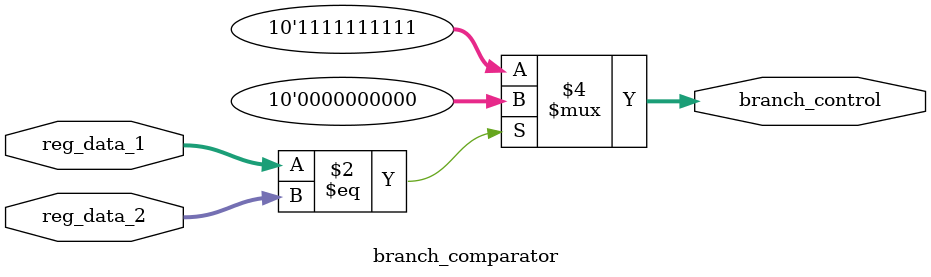
<source format=v>
`timescale 1ns / 1ns
`include "ALU.v"
`include "Registers.v"
`include "ControlUnit.v"
`include "FetchUnit.v"
`include "Memory.v"
`include "ForwardingUnit.v"


module CPU10Bits_Test();
    reg clk;
    reg reset;
    wire [9:0] program_result;
    wire done;
    reg enable_forwarding;

    //CPU10Bits cpu0( .clk(clk), .reset(reset), .done(done), .program_result(program_result) );
    CPU10Bits_Pipelined cpu0( .clk(clk), .reset(reset), .enable_forwarding(enable_forwarding), .done(done), .program_result(program_result) );
    
    //toggle clock every 18ns
    always #18 clk = ~clk;
    
    initial begin
        enable_forwarding = 1;
        clk = 1; 
        reset = 1;
        #36;
        reset = 0;
    end
    
endmodule
 
 
module CPU10Bits_Pipelined(
    input wire clk,
    input wire reset,
    input wire enable_forwarding, // forwarding unit enable
    output reg done,
    output reg [9:0] program_result
    );
    
    
    wire [37:0] pipe_reg1_in;
    wire [37:0] pipe_reg1_out;
    wire [13:0] pipe_reg2_in;
    wire [13:0] pipe_reg2_out;
    
    wire mem_to_reg;
    wire mem_write;

    wire [1:0] ALU_op;
    wire [9:0] alu_source1;
    wire [9:0] alu_source2;
    
    wire alu_source_1_select;
    wire [1:0] alu_source_2_select;
    
    wire [9:0] read_data2;
    wire [9:0] instruction;
    
    wire reg_write_fd;
    wire reg_write_em;
    wire reg_write_wb;
    
    wire [2:0] write_addr_fd; // output from fetch/decode
    wire [2:0] write_addr_em; // output from execute/memory
    wire [9:0] write_data_em; // output from execute/memory
    wire [2:0] write_addr_wb; // output from write back
    wire [9:0] write_data_wb; // output from write back
       
    wire [9:0] alu_data_1_forwarded; // output of forwarding unit, input to pipe reg 1
    wire [9:0] alu_data_2_forwarded; // output of forwarding unit, input to pipe reg 1
    
    wire [2:0] reg_source_1_addr; // output of crontrol unit from fetch/decode stage, input to forwarding unit
   
   wire [9:0] read_data_2_forwarded;
   
   wire mem_write_em;
    
    
    ForwardingUnit fwu0( .enable(enable_forwarding),
                         .reg_source_1_addr_fd(reg_source_1_addr), // output of fetch/decode stage - reg address
                         .reg_source_2_addr_fd(instruction[4:3]), // output of fetch/decode stage - reg address
                         .alu_source_1_data_fd(alu_source1), // output of fetch/decode stage - reg data
                         .alu_source_2_data_fd(alu_source2), // output of fetch/decode stage - reg data
                         
                         .alu_source_1_select(alu_source_1_select),
                         .alu_source_2_select(alu_source_2_select),
                         
                         .op_code(instruction[9:7]),
                         .reg_dest_addr_em(write_addr_em), // output of execute/memory stage - reg address
                         .execute_result_em(write_data_em), // output of execute/memory stage - write back data
                         
                         .read_data_2_fd(read_data2), // input
                         .read_data_2_em(write_data_em), // input 
                         .read_data_2_forwarded(read_data_2_forwarded), // output
                         .mem_write_em(mem_write_em),
                         .alu_source_1_data_forwarded(alu_data_1_forwarded), // output, input to pipe reg 1
                         .alu_source_2_data_forwarded(alu_data_2_forwarded) // output, input to pipe reg 1
                          );
       
    Fetch_Decode_Stage fds0( .clk(clk),
                        .reset(reset),
                        .reg_write_in(reg_write_wb),       
                        
                        .reg_read_1_forwarded(alu_data_1_forwarded),
                        .reg_read_2_forwarded(alu_data_2_forwarded),           

                        .reg_write_data(write_data_wb), // input from writeback
                        .reg_write_addr(write_addr_wb), // input from writeback
                        .mem_to_reg(mem_to_reg), 
                        .mem_write(mem_write),
                        .reg_write_addr_return(write_addr_fd), 
                        .ALU_op(ALU_op), 
                        .alu_source1(alu_source1), 
                        .alu_source2(alu_source2),
                        .alu_source_1_select(alu_source_1_select),
                        .alu_source_2_select(alu_source_2_select),
                        .read_data2(read_data2),
                        .instruction(instruction),
                        .reg_source_1_addr(reg_source_1_addr),
                        .reg_write_en(reg_write_fd)        
                         );
    
    // reg_pipe1
    Register_Pipeline_38bit reg_pipe1( .clk(clk), .reset(reset), .write_en(1'b1), .Din(pipe_reg1_in), .Dout(pipe_reg1_out) );
    
    Execute_Memory_Stage ems0(.clk(clk), 
                              .pipe_reg_data(pipe_reg1_out), // input
                              .write_addr(write_addr_em), // output
                              .write_data(write_data_em), // output
                              .reg_write_en(reg_write_em),  // output
                              .mem_write_em(mem_write_em) //output
                              );
    
    // reg_pipe2
    Register_Pipeline_14bit reg_pipe2( .clk(clk), .reset(reset), .write_en(1'b1), .Din(pipe_reg2_in), .Dout(pipe_reg2_out) );
    
    Write_Back_Stage wbs0( .pipe_reg_data(pipe_reg2_out), //input
                      .write_addr(write_addr_wb), // output
                      .write_data(write_data_wb), // output, also branch_control for fetch unit
                      .reg_write_en(reg_write_wb) //output
                    );
    
    
    assign pipe_reg1_in[0] = mem_to_reg;
    assign pipe_reg1_in[1] = mem_write;
    assign pipe_reg1_in[4:2] = write_addr_fd;
    assign pipe_reg1_in[6:5] = ALU_op;
    assign pipe_reg1_in[16:7] = alu_data_1_forwarded; // from forwarding unit
    assign pipe_reg1_in[26:17] = alu_data_2_forwarded; // from forwarding unit
    assign pipe_reg1_in[36:27] = read_data_2_forwarded;
    assign pipe_reg1_in[37] = reg_write_fd;
    
    assign pipe_reg2_in[13] = reg_write_em;
    assign pipe_reg2_in[12:3] = write_data_em;
    assign pipe_reg2_in[2:0] = write_addr_em;
    
    always@(*)begin
        
        // connected to output of write data mux   
        program_result <= write_data_wb;
        
        // halt 
        if ( instruction[9:7] == 3'b111 && instruction[1:0] == 2'b11 ) begin            
           done <= 1'b1;   
        end
        else begin              
           done <= 1'b0;
        end 
    end
    
endmodule


module Fetch_Decode_Test();
    reg clk, reset;
    reg reg_write_in;
    reg [9:0] reg_write_data; // tied to register file for write back
    reg [2:0] reg_write_addr;
    reg [9:0] reg_read_1_forwarded;
    reg [9:0] reg_read_2_forwarded;
    
    
    wire mem_to_reg;
    wire mem_write;
    wire[1:0] ALU_op;  // control line
    wire  [9:0] alu_source1;   // ALU
    wire [9:0] alu_source2; // ALU
    wire [9:0] read_data2;  // Data memory write data
    wire [2:0] reg_write_addr_return; // control line, returned from control unit
    wire [9:0] instruction;
    wire [2:0] reg_source_1_addr;
    wire reg_write_en;
    wire alu_source_1_select;
    wire [1:0] alu_source_2_select;
    //7
    
    
    always #7 clk = ~clk;
    
    Fetch_Decode_Stage fd0(.clk(clk), 
                       .reset(reset),
                       .reg_write_in(reg_write_in),
                       .reg_write_data(reg_write_data),
                       .reg_write_addr(reg_write_addr),
                       .reg_read_1_forwarded(reg_read_1_forwarded),
                       .reg_read_2_forwarded(reg_read_2_forwarded),
                       .mem_to_reg(mem_to_reg),
                       .mem_write(mem_write),
                       .ALU_op(ALU_op),
                       .alu_source1(alu_source1),
                       .alu_source2(alu_source2),
                       .read_data2(read_data2),
                       .reg_write_addr_return(reg_write_addr_return),
                       .instruction(instruction),
                       .reg_source_1_addr(reg_source_1_addr),
                       .reg_write_en(reg_write_en),
                       .alu_source_1_select(alu_source_1_select),
                       .alu_source_2_select(alu_source_2_select)
                       
                       );

    
    initial begin
        clk = 0;
        reset = 1; //
        #20
        reset = 0;
        #20
        
        reg_write_in = 1'b0;
        reg_write_data= 10'b0101010101;
        reg_write_addr = 3'b011;
        reg_read_1_forwarded = 10'b000000111;
        reg_read_2_forwarded = 10'b111000000;
        
        #20
        reg_write_in = 1'b1;
        reg_write_data= 10'b1111000000;
        reg_write_addr = 3'b001;
        reg_read_1_forwarded = 10'b000000001;
        reg_read_2_forwarded = 10'b000000001;
        
        #20
        reg_write_in = 1'b1;
        reg_write_data= 10'b1111111111;
        reg_write_addr = 3'b010;   
        reg_read_1_forwarded = 10'b000001111;
        reg_read_2_forwarded = 10'b000001110;     

        end
        endmodule


module Fetch_Decode_Stage(
    input wire clk,
    input wire reset,
    input wire reg_write_in,
    input wire [9:0] reg_write_data, // tied to register file for write back
    input wire [2:0] reg_write_addr, // tied to register file for write back
    
    input wire [9:0] reg_read_1_forwarded,
    input wire [9:0] reg_read_2_forwarded,
    
    output reg mem_to_reg, // control line
    output reg mem_write, // control line 
    output reg [1:0] ALU_op,  // control line
    output reg [9:0] alu_source1,   // ALU
    output reg [9:0] alu_source2,  // ALU
    output reg [9:0] read_data2,  // Data memory write data
    output reg [2:0] reg_write_addr_return, // control line, returned from control unit
    output reg [9:0] instruction,
    output reg [2:0] reg_source_1_addr,
    output reg reg_write_en,
    output reg alu_source_1_select,
    output reg [1:0] alu_source_2_select
    );
    
    wire [9:0] instruction_out;
    wire [1:0] ALU_op_out;
    wire mem_to_reg_out;
    wire mem_write_out;
    wire [9:0] alu_source1_out;
    wire [9:0] alu_source2_out;
    
    wire [9:0]PC;
    wire [1:0]pc_control;
    wire [2:0]reg_read1_addr; // source select
    wire [9:0]read1_data;
    wire [9:0]read2_data; 
    wire reg_write;
    wire alu_source1_control;
    wire [1:0]alu_source2_control;
    wire [2:0] reg_write_addr_out;
    
    wire [9:0] brach_control;
    
    branch_comparator bc0( .reg_data_1(reg_read_1_forwarded),
                           .reg_data_2(reg_read_2_forwarded),
                           .branch_control(brach_control)
                            );
    
    FetchUnit fu0( .clk(clk), 
                   .reset(reset), 
                   .pc_control(pc_control), 
                   .branch_control(brach_control), 
                   .jump_address(instruction[6:2]), 
                   .branch_address(instruction[2:0]), 
                   .reg_address(reg_read_1_forwarded), 
                   .PC_out(PC), 
                   .instruction(instruction_out) 
                   );
         
    ControlUnit cu0( .instruction(instruction), 
                     .ALU_op(ALU_op_out), 
                     .reg_write(reg_write), 
                     .reg_write_addr(reg_write_addr_out), 
                     .reg_read1_addr(reg_read1_addr), 
                     .alu_source1_control(alu_source1_control), 
                     .alu_source2_control(alu_source2_control), 
                     .pc_control(pc_control), 
                     .mem_write(mem_write_out), 
                     .mem_to_reg(mem_to_reg_out) 
                     );
            
    RegisterFile rf0( .clk(clk), 
                      .reset(reset), 
                      .en_write(reg_write_in), 
                      .write_addr(reg_write_addr), 
                      .write_data(reg_write_data), 
                      .read1_addr(reg_read1_addr), 
                      .read2_addr(instruction[4:3]), 
                      .read1_data(read1_data), 
                      .read2_data(read2_data) 
                      );
    
    ALU_source1_mux asm1( .alu_source1_select(alu_source1_control), 
                          .reg_read1_data(read1_data), 
                          .pc(PC), 
                          .alu_source(alu_source1_out) 
                          );
        
    ALU_source2_mux asm2( .alu_source2_select(alu_source2_control), 
                          .reg_read2_data(read2_data), 
                          .imm(instruction[2:0]), 
                          .jump_link_offset(10'b0000000001), 
                          .alu_source(alu_source2_out) 
                          );
                          
    always@(*)begin
        instruction <= instruction_out;
        ALU_op <= ALU_op_out;
        mem_to_reg <= mem_to_reg_out;
        mem_write <= mem_write_out;
        alu_source1 <= alu_source1_out;
        alu_source2 <= alu_source2_out;
        read_data2 <= read2_data;
        reg_write_addr_return <= reg_write_addr_out;
        reg_source_1_addr <= reg_read1_addr;
        reg_write_en <= reg_write;
        alu_source_1_select <= alu_source1_control;
        alu_source_2_select <= alu_source2_control;
    end    
endmodule


module Execute_Memory_Test();
        reg clk;
        reg  [37:0] pipe_reg_data;
        
        
        wire [2:0] write_addr;
        wire [9:0] write_data;
        wire mem_write_em;
        wire reg_write_en;
    //7
    
    
    always #7
    clk = ~clk;
    
    Execute_Memory_Stage em0(.clk(clk),
                              .pipe_reg_data(pipe_reg_data),
                              .write_addr(write_addr),
                              .write_data(write_data),
                              .mem_write_em(mem_write_em),
                              .reg_write_en(reg_write_en)
                       );

    
    initial begin
    clk = 0;
    
    #20
    
    pipe_reg_data = 38'b10110011000011010001010101011110101111;
    
   #20
    
    pipe_reg_data = 38'b11111001100111110001010101011110101101;
    
   #20
     
     pipe_reg_data = 38'b11111010101111110001010101011110101000;

        end
        endmodule

module Execute_Memory_Stage(
    input wire clk,
    input wire [37:0] pipe_reg_data,
    output reg [2:0] write_addr,
    output reg [9:0] write_data,
    output reg mem_write_em,
    output reg reg_write_en
    );
    
    reg mem_to_reg;
    reg mem_write;
    reg [1:0] ALU_op;
    reg [9:0] alu_source1;
    reg [9:0] alu_source2;
    reg[9:0] read_data2;
    
    
    wire [9:0] ALU_result;
    wire c_out;
    wire [9:0] read_data;
    wire [9:0] wr_data;
   
    always@(*)begin
    mem_to_reg <= pipe_reg_data[0];
    mem_write <= pipe_reg_data[1];
    write_addr <= pipe_reg_data[4:2];
    ALU_op <= pipe_reg_data[6:5];
    alu_source1 <= pipe_reg_data[16:7];
    alu_source2 <= pipe_reg_data[26:17];
    read_data2 <= pipe_reg_data[36:27];
    reg_write_en <= pipe_reg_data[37];
    write_data <= wr_data;
    mem_write_em <= mem_write; 
    
    end
    
    ALU alu0( .ALU_op(ALU_op), .a(alu_source1), .b(alu_source2), .f(ALU_result), .c_out(c_out) );
    
    DataMemory dm0( .clk(clk), .address(ALU_result), .en_write(mem_write), .write_data(read_data2), .read_data(read_data) );
    
    write_data_mux wdm0( .write_data_select(mem_to_reg), .alu_result(ALU_result), .read_data(read_data), .write_data(wr_data) );

   /*     assign pipe_reg1_in[0] = mem_to_reg;
    assign pipe_reg1_in[1] = mem_write;
    assign pipe_reg1_in[4:2] = reg_write_addr_return;
    assign pipe_reg1_in[6:5] = ALU_op;
    assign pipe_reg1_in[16:7] = alu_source1;
    assign pipe_reg1_in[26:17] = alu_source2;
    assign pipe_reg1_in[36:27] = read_data2;
    */
    

    
endmodule


module Write_Back_Test();
    reg [13:0] pipe_reg_data; 
    wire [2:0] write_addr;
    wire [9:0] write_data;
    wire reg_write_en;
    
    Write_Back_Stage wb0(.pipe_reg_data(pipe_reg_data),
                         .write_addr(write_addr),
                         .write_data(write_data),
                         .reg_write_en(reg_write_en)
                         );
                         
                         
    initial begin 
    pipe_reg_data = 14'b00101010101010;
    #20
    pipe_reg_data = 14'b11100000000011;
    end
    endmodule

module Write_Back_Stage(
    input wire [13:0] pipe_reg_data,
    output reg [2:0] write_addr, 
    output reg [9:0] write_data, // also branch_control for fetch unit
    output reg reg_write_en
    );
    always@(*)begin
        write_addr <= pipe_reg_data[2:0];
        write_data <= pipe_reg_data[12:3];
        reg_write_en <= pipe_reg_data[13];
    end
endmodule

module CPU10Bits(
    //input wire [9:0] instruction,
    input wire clk,
    input wire reset,
    output reg done,
    output reg [9:0] program_result
    );
    
    wire [1:0]ALU_op;
    wire reg_write;
    wire [2:0] reg_write_addr; // destination select
    wire [9:0] reg_write_data;
    wire [9:0]alu_source1; // ALU input a
    wire [9:0]alu_source2; // ALU input b
    wire alu_source1_control;
    wire [1:0]alu_source2_control;
    wire [1:0]pc_control;
    wire [9:0]PC;
    wire c_out;
    wire [9:0]alu_result;
    wire [2:0]reg_read1_addr; // source select
    wire [9:0]read1_data;
    wire [9:0]read2_data;   
    wire [9:0] instruction;
    wire [9:0] mem_read_data;
    wire mem_write;
    wire mem_to_reg;

    
    
    DataMemory dm0( .clk(clk), .address(alu_result), .en_write(mem_write), .write_data(read2_data), .read_data(mem_read_data) );
    
    ControlUnit cu0( .instruction(instruction), .ALU_op(ALU_op), .reg_write(reg_write), .reg_write_addr(reg_write_addr), .reg_read1_addr(reg_read1_addr), .alu_source1_control(alu_source1_control), .alu_source2_control(alu_source2_control), .pc_control(pc_control), .mem_write(mem_write), .mem_to_reg(mem_to_reg) );
    
    FetchUnit fu0( .clk(clk), .reset(reset), .pc_control(pc_control), .branch_control(alu_result), .jump_address(instruction[6:2]), .branch_address(instruction[2:0]), .reg_address(read1_data), .PC_out(PC), .instruction(instruction) );
     
    RegisterFile rf( .clk(clk), .reset(reset), .en_write(reg_write), .write_addr(reg_write_addr), .write_data(reg_write_data), .read1_addr(reg_read1_addr), .read2_addr(instruction[4:3]), .read1_data(read1_data), .read2_data(read2_data) );
    
    ALU alu0( .ALU_op(ALU_op), .a(alu_source1), .b(alu_source2), .f(alu_result), .c_out(c_out) );
    
    ALU_source1_mux asm1( .alu_source1_select(alu_source1_control), .reg_read1_data(read1_data), .pc(PC), .alu_source(alu_source1) );
    
    ALU_source2_mux asm2( .alu_source2_select(alu_source2_control), .reg_read2_data(read2_data), .imm(instruction[2:0]), .jump_link_offset(10'b0000000001), .alu_source(alu_source2) );
    
    write_data_mux wdm0( .write_data_select(mem_to_reg), .alu_result(alu_result), .read_data(mem_read_data), .write_data(reg_write_data) );
    
    always@(*) begin
        program_result <= alu_result;
        // halt 
       if ( instruction[9:7] == 3'b111 && instruction[1:0] == 2'b11 ) begin
            
            done <= 1'b1;   
       end
       else begin
            
            done <= 1'b0;
       end 
    end
    
endmodule

// ALU Source 1 Mux
// alu_source1_select:
//  0 -> reg_read1_data
//  1 -> PC
module ALU_source1_mux(
    input wire alu_source1_select,
    input wire [9:0]reg_read1_data,
    input wire [9:0]pc,
    output reg [9:0]alu_source
    );
    always@(*)begin
        case(alu_source1_select)
            1'b1: alu_source <= pc;
            1'b0: alu_source <= reg_read1_data;
            default: alu_source <= reg_read1_data;
        endcase
    end
endmodule

// ALU Source 2 Mux
// alu_source2_select:
//  00 -> reg_read2_data
//  01 -> imm - sign extend
//  10 -> jump_link_offset
module ALU_source2_mux(
    input wire [1:0]alu_source2_select,
    input wire [9:0]reg_read2_data,
    input wire [2:0]imm,
    input wire [9:0]jump_link_offset,
    output reg [9:0]alu_source
    );
    always@(*)begin
        case(alu_source2_select)
            2'b00: alu_source <= reg_read2_data;
            2'b01: alu_source <= { {7{imm[2]}}, imm[2:0] }; //sign extend imm
            2'b10: alu_source <= jump_link_offset;
            default: alu_source <= reg_read2_data;
        endcase
    end
endmodule

// Register write data mux
// wire_data_select:
//  1 -> read_data
//  0 -> alu_result
module write_data_mux(
    input wire write_data_select,
    input wire [9:0]alu_result,
    input wire [9:0]read_data,
    output reg [9:0]write_data
    );
    always@(*)begin
        case(write_data_select)
            1'b1: write_data <= read_data;
            1'b0: write_data <= alu_result;
            default: write_data <= alu_result;
        endcase
    end
endmodule

module branch_comparator(
    input wire [9:0] reg_data_1,
    input wire [9:0] reg_data_2,
    output reg [9:0] branch_control
    );
    always@(*)begin
        if(reg_data_1 == reg_data_2)begin
            branch_control <= 0;
        end
        else begin
            branch_control <= 10'b1111111111;
        end
    end
endmodule
</source>
